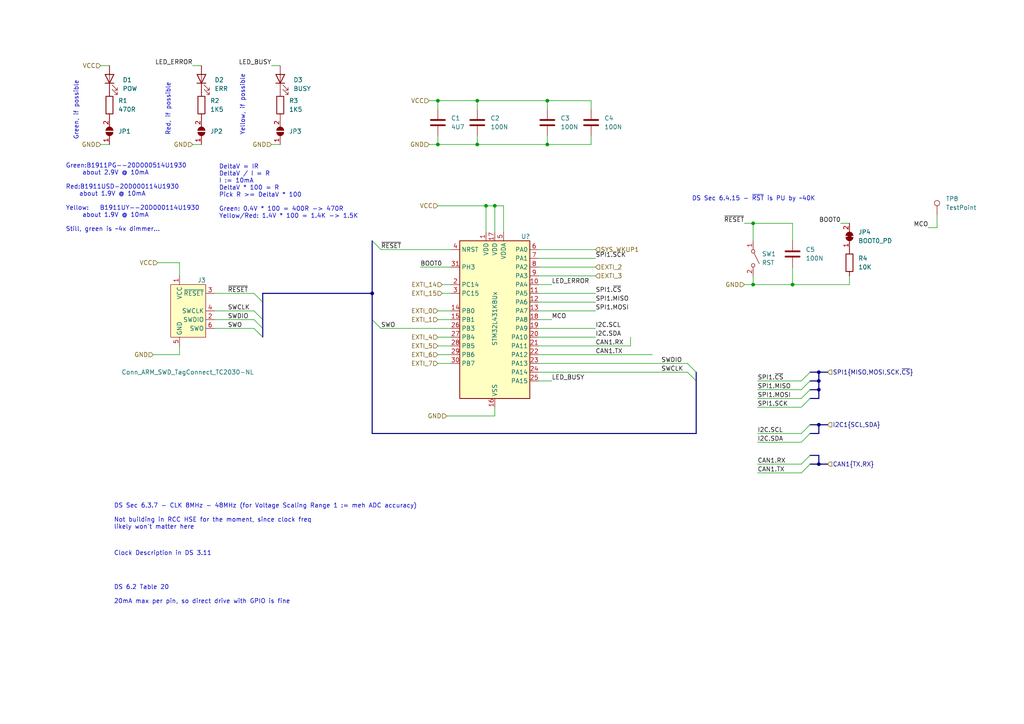
<source format=kicad_sch>
(kicad_sch (version 20230121) (generator eeschema)
  (paper "A4")
  (lib_symbols
    (symbol "Connector:Conn_ARM_SWD_TagConnect_TC2030-NL" (in_bom no)
      (property "Reference" "J" (at 2.54 11.43 0))
      (property "Value" "Conn_ARM_SWD_TagConnect_TC2030-NL" (at 2.54 8.89 0))
      (symbol "Conn_ARM_SWD_TagConnect_TC2030-NL_0_0"
        (pin power_in line (at -2.54 10.16 270) (length 2.54) (name "VCC") (number "1"))
        (pin bidirectional line (at 7.62 -2.54 180) (length 2.54) (name "SWDIO") (number "2"))
        (pin open_collector line (at 7.62 5.08 180) (length 2.54) (name "~{RESET}") (number "3"))
        (pin output line (at 7.62 0 180) (length 2.54) (name "SWCLK") (number "4"))
        (pin power_in line (at -2.54 -10.16 90) (length 2.54) (name "GND") (number "5"))
        (pin input line (at 7.62 -5.08 180) (length 2.54) (name "SWO") (number "6"))
      )
      (symbol "Conn_ARM_SWD_TagConnect_TC2030-NL_0_1"
        (rectangle (start -5.08 7.62) (end 5.08 -7.62) (fill (type background)))
      )
    )
    (symbol "Connector:TestPoint" (pin_numbers hide) (pin_names (offset 0.762) hide)
      (property "Reference" "TP" (at 0 6.858 0))
      (property "Value" "TestPoint" (at 0 5.08 0))
      (symbol "TestPoint_0_1"
        (circle (center 0 3.302) (radius 0.762))
      )
      (symbol "TestPoint_1_1"
        (pin passive line (at 0 0 90) (length 2.54) (name "1") (number "1"))
      )
    )
    (symbol "Device:C" (pin_numbers hide) (pin_names (offset 0.254))
      (property "Reference" "C" (at 0.635 2.54 0))
      (property "Value" "C" (at 0.635 -2.54 0))
      (symbol "C_0_1"
        (polyline (pts (xy -2.032 -0.762) (xy 2.032 -0.762)) (stroke (width 0.508)))
        (polyline (pts (xy -2.032 0.762) (xy 2.032 0.762)) (stroke (width 0.508)))
      )
      (symbol "C_1_1"
        (pin passive line (at 0 3.81 270) (length 2.794) (name "~") (number "1"))
        (pin passive line (at 0 -3.81 90) (length 2.794) (name "~") (number "2"))
      )
    )
    (symbol "Device:LED" (pin_numbers hide) (pin_names (offset 1.016) hide)
      (property "Reference" "D" (at 0 2.54 0))
      (property "Value" "LED" (at 0 -2.54 0))
      (symbol "LED_0_1"
        (polyline (pts (xy -1.27 -1.27) (xy -1.27 1.27)) (stroke (width 0.254)))
        (polyline (pts (xy -1.27 0) (xy 1.27 0)))
        (polyline (pts (xy 1.27 -1.27) (xy 1.27 1.27) (xy -1.27 0) (xy 1.27 -1.27)) (stroke (width 0.254)))
        (polyline (pts (xy -3.048 -0.762) (xy -4.572 -2.286) (xy -3.81 -2.286) (xy -4.572 -2.286) (xy -4.572 -1.524)))
        (polyline (pts (xy -1.778 -0.762) (xy -3.302 -2.286) (xy -2.54 -2.286) (xy -3.302 -2.286) (xy -3.302 -1.524)))
      )
      (symbol "LED_1_1"
        (pin passive line (at -3.81 0 0) (length 2.54) (name "K") (number "1"))
        (pin passive line (at 3.81 0 180) (length 2.54) (name "A") (number "2"))
      )
    )
    (symbol "Device:R" (pin_numbers hide) (pin_names (offset 0))
      (property "Reference" "R" (at 2.032 0 90))
      (property "Value" "R" (at 0 0 90))
      (symbol "R_0_1"
        (rectangle (start -1.016 -2.54) (end 1.016 2.54) (stroke (width 0.254)))
      )
      (symbol "R_1_1"
        (pin passive line (at 0 3.81 270) (length 1.27) (name "~") (number "1"))
        (pin passive line (at 0 -3.81 90) (length 1.27) (name "~") (number "2"))
      )
    )
    (symbol "Jumper:SolderJumper_2_Bridged" (pin_names (offset 0) hide)
      (property "Reference" "JP" (at 0 2.032 0))
      (property "Value" "SolderJumper_2_Bridged" (at 0 -2.54 0))
      (symbol "SolderJumper_2_Bridged_0_1"
        (rectangle (start -0.508 0.508) (end 0.508 -0.508) (fill (type outline)))
        (arc (start -0.254 1.016) (mid -1.2656 0) (end -0.254 -1.016))
        (arc (start -0.254 1.016) (mid -1.2656 0) (end -0.254 -1.016) (fill (type outline)))
        (polyline (pts (xy -0.254 1.016) (xy -0.254 -1.016)))
        (polyline (pts (xy 0.254 1.016) (xy 0.254 -1.016)))
        (arc (start 0.254 -1.016) (mid 1.2656 0) (end 0.254 1.016))
        (arc (start 0.254 -1.016) (mid 1.2656 0) (end 0.254 1.016) (fill (type outline)))
      )
      (symbol "SolderJumper_2_Bridged_1_1"
        (pin passive line (at -3.81 0 0) (length 2.54) (name "A") (number "1"))
        (pin passive line (at 3.81 0 180) (length 2.54) (name "B") (number "2"))
      )
    )
    (symbol "Jumper:SolderJumper_2_Open" (pin_names (offset 0) hide)
      (property "Reference" "JP" (at 0 2.032 0))
      (property "Value" "SolderJumper_2_Open" (at 0 -2.54 0))
      (symbol "SolderJumper_2_Open_0_1"
        (arc (start -0.254 1.016) (mid -1.2656 0) (end -0.254 -1.016))
        (arc (start -0.254 1.016) (mid -1.2656 0) (end -0.254 -1.016) (fill (type outline)))
        (polyline (pts (xy -0.254 1.016) (xy -0.254 -1.016)))
        (polyline (pts (xy 0.254 1.016) (xy 0.254 -1.016)))
        (arc (start 0.254 -1.016) (mid 1.2656 0) (end 0.254 1.016))
        (arc (start 0.254 -1.016) (mid 1.2656 0) (end 0.254 1.016) (fill (type outline)))
      )
      (symbol "SolderJumper_2_Open_1_1"
        (pin passive line (at -3.81 0 0) (length 2.54) (name "A") (number "1"))
        (pin passive line (at 3.81 0 180) (length 2.54) (name "B") (number "2"))
      )
    )
    (symbol "MCU_ST_STM32L4:STM32L431KBUx"
      (property "Reference" "U" (at -10.16 24.13 0))
      (property "Value" "STM32L431KBUx" (at 5.08 24.13 0))
      (symbol "STM32L431KBUx_0_1"
        (rectangle (start -10.16 -22.86) (end 10.16 22.86) (stroke (width 0.254)) (fill (type background)))
      )
      (symbol "STM32L431KBUx_1_1"
        (pin power_in line (at -2.54 25.4 270) (length 2.54) (name "VDD") (number "1"))
        (pin bidirectional line (at 12.7 10.16 180) (length 2.54) (name "PA4") (number "10"))
        (pin bidirectional line (at 12.7 7.62 180) (length 2.54) (name "PA5") (number "11"))
        (pin bidirectional line (at 12.7 5.08 180) (length 2.54) (name "PA6") (number "12"))
        (pin bidirectional line (at 12.7 2.54 180) (length 2.54) (name "PA7") (number "13"))
        (pin bidirectional line (at -12.7 2.54 0) (length 2.54) (name "PB0") (number "14"))
        (pin bidirectional line (at -12.7 0 0) (length 2.54) (name "PB1") (number "15"))
        (pin power_in line (at 0 -25.4 90) (length 2.54) (name "VSS") (number "16"))
        (pin power_in line (at 0 25.4 270) (length 2.54) (name "VDD") (number "17"))
        (pin bidirectional line (at 12.7 0 180) (length 2.54) (name "PA8") (number "18"))
        (pin bidirectional line (at 12.7 -2.54 180) (length 2.54) (name "PA9") (number "19"))
        (pin bidirectional line (at -12.7 10.16 0) (length 2.54) (name "PC14") (number "2"))
        (pin bidirectional line (at 12.7 -5.08 180) (length 2.54) (name "PA10") (number "20"))
        (pin bidirectional line (at 12.7 -7.62 180) (length 2.54) (name "PA11") (number "21"))
        (pin bidirectional line (at 12.7 -10.16 180) (length 2.54) (name "PA12") (number "22"))
        (pin bidirectional line (at 12.7 -12.7 180) (length 2.54) (name "PA13") (number "23"))
        (pin bidirectional line (at 12.7 -15.24 180) (length 2.54) (name "PA14") (number "24"))
        (pin bidirectional line (at 12.7 -17.78 180) (length 2.54) (name "PA15") (number "25"))
        (pin bidirectional line (at -12.7 -2.54 0) (length 2.54) (name "PB3") (number "26"))
        (pin bidirectional line (at -12.7 -5.08 0) (length 2.54) (name "PB4") (number "27"))
        (pin bidirectional line (at -12.7 -7.62 0) (length 2.54) (name "PB5") (number "28"))
        (pin bidirectional line (at -12.7 -10.16 0) (length 2.54) (name "PB6") (number "29"))
        (pin bidirectional line (at -12.7 7.62 0) (length 2.54) (name "PC15") (number "3"))
        (pin bidirectional line (at -12.7 -12.7 0) (length 2.54) (name "PB7") (number "30"))
        (pin bidirectional line (at -12.7 15.24 0) (length 2.54) (name "PH3") (number "31"))
        (pin passive line (at 0 -25.4 90) (length 2.54) hide (name "VSS") (number "32"))
        (pin passive line (at 0 -25.4 90) (length 2.54) hide (name "VSS") (number "33"))
        (pin input line (at -12.7 20.32 0) (length 2.54) (name "NRST") (number "4"))
        (pin power_in line (at 2.54 25.4 270) (length 2.54) (name "VDDA") (number "5"))
        (pin bidirectional line (at 12.7 20.32 180) (length 2.54) (name "PA0") (number "6"))
        (pin bidirectional line (at 12.7 17.78 180) (length 2.54) (name "PA1") (number "7"))
        (pin bidirectional line (at 12.7 15.24 180) (length 2.54) (name "PA2") (number "8"))
        (pin bidirectional line (at 12.7 12.7 180) (length 2.54) (name "PA3") (number "9"))
      )
    )
    (symbol "Switch:SW_SPST" (pin_names (offset 0) hide)
      (property "Reference" "SW" (at 0 3.175 0))
      (property "Value" "SW_SPST" (at 0 -2.54 0))
      (symbol "SW_SPST_0_0"
        (circle (center -2.032 0) (radius 0.508))
        (polyline (pts (xy -1.524 0.254) (xy 1.524 1.778)))
        (circle (center 2.032 0) (radius 0.508))
      )
      (symbol "SW_SPST_1_1"
        (pin passive line (at -5.08 0 0) (length 2.54) (name "A") (number "1"))
        (pin passive line (at 5.08 0 180) (length 2.54) (name "B") (number "2"))
      )
    )
  )
  (junction (at 229.87 82.55))
  (junction (at 158.75 29.21))
  (junction (at 138.43 29.21))
  (junction (at 140.97 59.69))
  (junction (at 158.75 41.91))
  (junction (at 138.43 41.91))
  (junction (at 237.49 110.49))
  (junction (at 107.95 85.09))
  (junction (at 143.51 59.69))
  (junction (at 237.49 113.03))
  (junction (at 218.44 82.55))
  (junction (at 237.49 123.19))
  (junction (at 127 29.21))
  (junction (at 237.49 134.62))
  (junction (at 237.49 107.95))
  (junction (at 218.44 64.77))
  (junction (at 127 41.91))
  (bus_entry (at 234.95 123.19) (size -2.54 2.54))
  (bus_entry (at 199.39 105.41) (size 2.54 2.54))
  (bus_entry (at 73.66 95.25) (size 2.54 2.54))
  (bus_entry (at 73.66 92.71) (size 2.54 2.54))
  (bus_entry (at 234.95 107.95) (size -2.54 2.54))
  (bus_entry (at 234.95 110.49) (size -2.54 2.54))
  (bus_entry (at 199.39 107.95) (size 2.54 2.54))
  (bus_entry (at 107.95 69.85) (size 2.54 2.54))
  (bus_entry (at 73.66 85.09) (size 2.54 2.54))
  (bus_entry (at 234.95 115.57) (size -2.54 2.54))
  (bus_entry (at 234.95 132.08) (size -2.54 2.54))
  (bus_entry (at 234.95 134.62) (size -2.54 2.54))
  (bus_entry (at 234.95 125.73) (size -2.54 2.54))
  (bus_entry (at 234.95 113.03) (size -2.54 2.54))
  (bus_entry (at 107.95 92.71) (size 2.54 2.54))
  (bus_entry (at 73.66 90.17) (size 2.54 2.54))
  (wire (pts (xy 218.44 64.77) (xy 218.44 69.85)))
  (wire (pts (xy 229.87 64.77) (xy 218.44 64.77)))
  (bus (pts (xy 237.49 115.57) (xy 237.49 113.03)))
  (wire (pts (xy 246.38 82.55) (xy 246.38 80.01)))
  (wire (pts (xy 158.75 41.91) (xy 171.45 41.91)))
  (wire (pts (xy 52.07 76.2) (xy 52.07 80.01)))
  (wire (pts (xy 127 100.33) (xy 130.81 100.33)))
  (wire (pts (xy 138.43 29.21) (xy 158.75 29.21)))
  (wire (pts (xy 156.21 74.93) (xy 172.72 74.93)))
  (wire (pts (xy 128.27 82.55) (xy 130.81 82.55)))
  (wire (pts (xy 156.21 102.87) (xy 189.23 102.87)))
  (wire (pts (xy 156.21 97.79) (xy 172.72 97.79)))
  (bus (pts (xy 107.95 92.71) (xy 107.95 125.73)))
  (bus (pts (xy 234.95 134.62) (xy 237.49 134.62)))
  (wire (pts (xy 127 97.79) (xy 130.81 97.79)))
  (bus (pts (xy 76.2 87.63) (xy 76.2 85.09)))
  (wire (pts (xy 129.54 120.65) (xy 143.51 120.65)))
  (wire (pts (xy 219.71 113.03) (xy 232.41 113.03)))
  (wire (pts (xy 215.9 82.55) (xy 218.44 82.55)))
  (bus (pts (xy 234.95 132.08) (xy 237.49 132.08)))
  (bus (pts (xy 237.49 134.62) (xy 240.03 134.62)))
  (bus (pts (xy 237.49 113.03) (xy 237.49 110.49)))
  (wire (pts (xy 127 102.87) (xy 130.81 102.87)))
  (wire (pts (xy 156.21 72.39) (xy 172.72 72.39)))
  (wire (pts (xy 219.71 134.62) (xy 232.41 134.62)))
  (wire (pts (xy 218.44 64.77) (xy 215.9 64.77)))
  (wire (pts (xy 156.21 80.01) (xy 172.72 80.01)))
  (bus (pts (xy 107.95 85.09) (xy 107.95 92.71)))
  (wire (pts (xy 158.75 29.21) (xy 158.75 31.75)))
  (wire (pts (xy 138.43 41.91) (xy 158.75 41.91)))
  (wire (pts (xy 55.88 41.91) (xy 58.42 41.91)))
  (wire (pts (xy 219.71 125.73) (xy 232.41 125.73)))
  (wire (pts (xy 127 29.21) (xy 127 31.75)))
  (bus (pts (xy 237.49 123.19) (xy 240.03 123.19)))
  (wire (pts (xy 219.71 128.27) (xy 232.41 128.27)))
  (wire (pts (xy 171.45 39.37) (xy 171.45 41.91)))
  (wire (pts (xy 127 59.69) (xy 140.97 59.69)))
  (bus (pts (xy 234.95 113.03) (xy 237.49 113.03)))
  (bus (pts (xy 237.49 110.49) (xy 237.49 107.95)))
  (bus (pts (xy 201.93 125.73) (xy 107.95 125.73)))
  (bus (pts (xy 201.93 110.49) (xy 201.93 125.73)))
  (wire (pts (xy 158.75 39.37) (xy 158.75 41.91)))
  (wire (pts (xy 127 39.37) (xy 127 41.91)))
  (wire (pts (xy 219.71 110.49) (xy 232.41 110.49)))
  (wire (pts (xy 271.78 62.23) (xy 271.78 66.04)))
  (wire (pts (xy 62.23 92.71) (xy 73.66 92.71)))
  (wire (pts (xy 124.46 29.21) (xy 127 29.21)))
  (bus (pts (xy 76.2 92.71) (xy 76.2 87.63)))
  (wire (pts (xy 31.75 19.05) (xy 29.21 19.05)))
  (wire (pts (xy 219.71 115.57) (xy 232.41 115.57)))
  (bus (pts (xy 237.49 132.08) (xy 237.49 134.62)))
  (bus (pts (xy 76.2 97.79) (xy 76.2 95.25)))
  (wire (pts (xy 143.51 120.65) (xy 143.51 118.11)))
  (wire (pts (xy 58.42 19.05) (xy 55.88 19.05)))
  (wire (pts (xy 229.87 82.55) (xy 229.87 77.47)))
  (wire (pts (xy 271.78 66.04) (xy 269.24 66.04)))
  (wire (pts (xy 127 90.17) (xy 130.81 90.17)))
  (wire (pts (xy 128.27 85.09) (xy 130.81 85.09)))
  (wire (pts (xy 62.23 90.17) (xy 73.66 90.17)))
  (wire (pts (xy 229.87 82.55) (xy 246.38 82.55)))
  (wire (pts (xy 140.97 59.69) (xy 140.97 67.31)))
  (wire (pts (xy 156.21 92.71) (xy 160.02 92.71)))
  (wire (pts (xy 143.51 59.69) (xy 146.05 59.69)))
  (wire (pts (xy 171.45 29.21) (xy 171.45 31.75)))
  (wire (pts (xy 78.74 41.91) (xy 81.28 41.91)))
  (wire (pts (xy 110.49 95.25) (xy 130.81 95.25)))
  (wire (pts (xy 243.84 64.77) (xy 246.38 64.77)))
  (bus (pts (xy 107.95 69.85) (xy 107.95 85.09)))
  (wire (pts (xy 138.43 29.21) (xy 138.43 31.75)))
  (wire (pts (xy 138.43 41.91) (xy 127 41.91)))
  (wire (pts (xy 156.21 87.63) (xy 172.72 87.63)))
  (wire (pts (xy 62.23 95.25) (xy 73.66 95.25)))
  (wire (pts (xy 29.21 41.91) (xy 31.75 41.91)))
  (bus (pts (xy 234.95 110.49) (xy 237.49 110.49)))
  (wire (pts (xy 127 29.21) (xy 138.43 29.21)))
  (wire (pts (xy 127 41.91) (xy 124.46 41.91)))
  (wire (pts (xy 81.28 19.05) (xy 78.74 19.05)))
  (bus (pts (xy 237.49 125.73) (xy 237.49 123.19)))
  (wire (pts (xy 219.71 118.11) (xy 232.41 118.11)))
  (bus (pts (xy 234.95 107.95) (xy 237.49 107.95)))
  (wire (pts (xy 140.97 59.69) (xy 143.51 59.69)))
  (wire (pts (xy 156.21 110.49) (xy 160.02 110.49)))
  (wire (pts (xy 146.05 59.69) (xy 146.05 67.31)))
  (wire (pts (xy 143.51 59.69) (xy 143.51 67.31)))
  (wire (pts (xy 62.23 85.09) (xy 73.66 85.09)))
  (bus (pts (xy 76.2 95.25) (xy 76.2 92.71)))
  (bus (pts (xy 76.2 85.09) (xy 107.95 85.09)))
  (wire (pts (xy 156.21 107.95) (xy 199.39 107.95)))
  (wire (pts (xy 127 92.71) (xy 130.81 92.71)))
  (bus (pts (xy 234.95 115.57) (xy 237.49 115.57)))
  (bus (pts (xy 234.95 123.19) (xy 237.49 123.19)))
  (wire (pts (xy 156.21 90.17) (xy 172.72 90.17)))
  (wire (pts (xy 127 105.41) (xy 130.81 105.41)))
  (wire (pts (xy 156.21 100.33) (xy 182.88 100.33)))
  (wire (pts (xy 156.21 77.47) (xy 172.72 77.47)))
  (bus (pts (xy 201.93 107.95) (xy 201.93 110.49)))
  (wire (pts (xy 218.44 82.55) (xy 229.87 82.55)))
  (wire (pts (xy 121.92 77.47) (xy 130.81 77.47)))
  (wire (pts (xy 110.49 72.39) (xy 130.81 72.39)))
  (bus (pts (xy 237.49 107.95) (xy 240.03 107.95)))
  (wire (pts (xy 138.43 39.37) (xy 138.43 41.91)))
  (wire (pts (xy 44.45 102.87) (xy 52.07 102.87)))
  (wire (pts (xy 158.75 29.21) (xy 171.45 29.21)))
  (wire (pts (xy 45.72 76.2) (xy 52.07 76.2)))
  (wire (pts (xy 182.88 97.79) (xy 182.88 100.33)))
  (wire (pts (xy 156.21 95.25) (xy 172.72 95.25)))
  (wire (pts (xy 219.71 137.16) (xy 232.41 137.16)))
  (bus (pts (xy 234.95 125.73) (xy 237.49 125.73)))
  (wire (pts (xy 156.21 105.41) (xy 199.39 105.41)))
  (wire (pts (xy 229.87 69.85) (xy 229.87 64.77)))
  (wire (pts (xy 52.07 102.87) (xy 52.07 100.33)))
  (wire (pts (xy 156.21 82.55) (xy 160.02 82.55)))
  (wire (pts (xy 156.21 85.09) (xy 172.72 85.09)))
  (wire (pts (xy 218.44 80.01) (xy 218.44 82.55)))
  (text "Green, if possible" (at 22.86 40.64 90) (effects (font (size 1.27 1.27)) (justify left bottom)))
  (text "Yellow, if possible" (at 71.12 39.37 90) (effects (font (size 1.27 1.27)) (justify left bottom)))
  (text "DS 6.2 Table 20\n\n20mA max per pin, so direct drive with GPIO is fine" (at 33.02 175.26 0) (effects (font (size 1.27 1.27)) (justify left bottom)))
  (text "DeltaV = IR\nDeltaV / I = R\nI := 10mA\nDeltaV * 100 = R\nPick R >= DeltaV * 100\n\nGreen: 0.4V * 100 = 400R -> 470R\nYellow/Red: 1.4V * 100 = 1.4K -> 1.5K" (at 63.5 63.5 0) (effects (font (size 1.27 1.27)) (justify left bottom)))
  (text "DS Sec 6.4.15 - ~{RST} is PU by ~40K" (at 200.66 58.42 0) (effects (font (size 1.27 1.27)) (justify left bottom)))
  (text "Red, if possible" (at 49.53 39.37 90) (effects (font (size 1.27 1.27)) (justify left bottom)))
  (text "DS Sec 6.3.7 - CLK 8MHz - 48MHz (for Voltage Scaling Range 1 := meh ADC accuracy)\n\nNot building in RCC HSE for the moment, since clock freq\nlikely won't matter here" (at 33.02 153.67 0) (effects (font (size 1.27 1.27)) (justify left bottom)))
  (text "Green:B1911PG--20D000514U1930\n	about 2.9V @ 10mA\n\nRed:B1911USD-20D000114U1930\n    about 1.9V @ 10mA\n\nYellow:	B1911UY--20D000114U1930\n	about 1.9V @ 10mA\n\nStill, green is ~4x dimmer..." (at 19.05 67.31 0) (effects (font (size 1.27 1.27)) (justify left bottom)))
  (text "Clock Description in DS 3.11" (at 33.02 161.29 0) (effects (font (size 1.27 1.27)) (justify left bottom)))
  (label "BOOT0" (at 243.84 64.77 180))
  (label "I2C.SDA" (at 219.71 128.27 0))
  (label "LED_BUSY" (at 78.74 19.05 180))
  (label "I2C.SCL" (at 219.71 125.73 0))
  (label "SWO" (at 66.04 95.25 0))
  (label "CAN1.RX" (at 219.71 134.62 0))
  (label "LED_ERROR" (at 55.88 19.05 180))
  (label "~{RESET}" (at 66.04 85.09 0))
  (label "LED_BUSY" (at 160.02 110.49 0))
  (label "CAN1.TX" (at 219.71 137.16 0))
  (label "SWO" (at 110.49 95.25 0))
  (label "CAN1.RX" (at 172.72 100.33 0))
  (label "LED_ERROR" (at 160.02 82.55 0))
  (label "I2C.SDA" (at 172.72 97.79 0))
  (label "SPI1.MOSI" (at 172.72 90.17 0))
  (label "BOOT0" (at 121.92 77.47 0))
  (label "SPI1.MISO" (at 219.71 113.03 0))
  (label "I2C.SCL" (at 172.72 95.25 0))
  (label "SPI1.SCK" (at 219.71 118.11 0))
  (label "CAN1.TX" (at 172.72 102.87 0))
  (label "SPI1.MOSI" (at 219.71 115.57 0))
  (label "SWCLK" (at 191.77 107.95 0))
  (label "SWCLK" (at 66.04 90.17 0))
  (label "~{RESET}" (at 110.49 72.39 0))
  (label "SPI1.~{CS}" (at 219.71 110.49 0))
  (label "SWDIO" (at 66.04 92.71 0))
  (label "SWDIO" (at 191.77 105.41 0))
  (label "SPI1.MISO" (at 172.72 87.63 0))
  (label "MCO" (at 160.02 92.71 0))
  (label "SPI1.~{CS}" (at 172.72 85.09 0))
  (label "MCO" (at 269.24 66.04 180))
  (label "~{RESET}" (at 215.9 64.77 180))
  (label "SPI1.SCK" (at 172.72 74.93 0))
  (hierarchical_label "GND" (shape input) (at 129.54 120.65 180))
  (hierarchical_label "SYS_WKUP1" (shape input) (at 172.72 72.39 0))
  (hierarchical_label "GND" (shape input) (at 29.21 41.91 180))
  (hierarchical_label "VCC" (shape input) (at 29.21 19.05 180))
  (hierarchical_label "GND" (shape input) (at 124.46 41.91 180))
  (hierarchical_label "CAN1{TX,RX}" (shape input) (at 240.03 134.62 0))
  (hierarchical_label "EXTI_14" (shape input) (at 128.27 82.55 180))
  (hierarchical_label "EXTI_0" (shape input) (at 127 90.17 180))
  (hierarchical_label "VCC" (shape input) (at 45.72 76.2 180))
  (hierarchical_label "GND" (shape input) (at 55.88 41.91 180))
  (hierarchical_label "EXTI_4" (shape input) (at 127 97.79 180))
  (hierarchical_label "VCC" (shape input) (at 124.46 29.21 180))
  (hierarchical_label "GND" (shape input) (at 44.45 102.87 180))
  (hierarchical_label "EXTI_7" (shape input) (at 127 105.41 180))
  (hierarchical_label "EXTI_6" (shape input) (at 127 102.87 180))
  (hierarchical_label "EXTI_3" (shape input) (at 172.72 80.01 0))
  (hierarchical_label "EXTI_2" (shape input) (at 172.72 77.47 0))
  (hierarchical_label "EXTI_5" (shape input) (at 127 100.33 180))
  (hierarchical_label "I2C1{SCL,SDA}" (shape input) (at 240.03 123.19 0))
  (hierarchical_label "EXTI_1" (shape input) (at 127 92.71 180))
  (hierarchical_label "SPI1{MISO,MOSI,SCK,~{CS}}" (shape input) (at 240.03 107.95 0))
  (hierarchical_label "GND" (shape input) (at 215.9 82.55 180))
  (hierarchical_label "GND" (shape input) (at 78.74 41.91 180))
  (hierarchical_label "EXTI_15" (shape input) (at 128.27 85.09 180))
  (hierarchical_label "VCC" (shape input) (at 127 59.69 180))
  (symbol (lib_id "Device:C") (at 138.43 35.56 0) (unit 1)
    (property "Reference" "C2" (at 142.24 34.29 0) (effects (justify left)))
    (property "Value" "100N" (at 142.24 36.83 0) (effects (justify left)))
    (property "Footprint" "Capacitor_SMD:C_0603_1608Metric" (effects hide))
  )
  (symbol (lib_id "Jumper:SolderJumper_2_Open") (at 81.28 38.1 90) (unit 1)
    (property "Reference" "JP3" (at 83.82 38.1 90) (effects (justify right)))
    (property "Value" "SolderJumper_2_Open" (effects hide))
    (property "Footprint" "Jumper:SolderJumper-2_P1.3mm_Open_TrianglePad1.0x1.5mm" (effects hide))
  )
  (symbol (lib_id "Device:LED") (at 31.75 22.86 90) (unit 1)
    (property "Reference" "D1" (at 35.56 23.1775 90) (effects (justify right)))
    (property "Value" "POW" (at 35.56 25.7175 90) (effects (justify right)))
    (property "Footprint" "LED_SMD:LED_0603_1608Metric" (effects hide))
  )
  (symbol (lib_id "Device:R") (at 31.75 30.48 0) (unit 1)
    (property "Reference" "R1" (at 34.29 29.21 0) (effects (justify left)))
    (property "Value" "470R" (at 34.29 31.75 0) (effects (justify left)))
    (property "Footprint" "Resistor_SMD:R_0603_1608Metric" (effects hide))
  )
  (symbol (lib_id "Device:R") (at 81.28 30.48 0) (unit 1)
    (property "Reference" "R3" (at 83.82 29.21 0) (effects (justify left)))
    (property "Value" "1K5" (at 83.82 31.75 0) (effects (justify left)))
    (property "Footprint" "Resistor_SMD:R_0603_1608Metric" (effects hide))
  )
  (symbol (lib_id "Device:C") (at 127 35.56 0) (unit 1)
    (property "Reference" "C1" (at 130.81 34.29 0) (effects (justify left)))
    (property "Value" "4U7" (at 130.81 36.83 0) (effects (justify left)))
    (property "Footprint" "Capacitor_SMD:C_0805_2012Metric" (effects hide))
  )
  (symbol (lib_id "Device:C") (at 158.75 35.56 0) (unit 1)
    (property "Reference" "C3" (at 162.56 34.29 0) (effects (justify left)))
    (property "Value" "100N" (at 162.56 36.83 0) (effects (justify left)))
    (property "Footprint" "Capacitor_SMD:C_0603_1608Metric" (effects hide))
  )
  (symbol (lib_id "MCU_ST_STM32L4:STM32L431KBUx") (at 143.51 92.71 0) (unit 1)
    (property "Reference" "U?" (at 151.13 68.58 0) (effects (justify left)))
    (property "Value" "STM32L431KBUx" (at 143.51 100.33 90) (effects (justify left)))
    (property "Footprint" "Package_DFN_QFN:QFN-32-1EP_5x5mm_P0.5mm_EP3.45x3.45mm" (effects hide))
    (property "Datasheet" "https://www.st.com/resource/en/datasheet/stm32l431kb.pdf" (effects hide))
    (instances (project "main" (path "" (reference "U?") (unit 1)) (path "" (reference "U1") (unit 1))))
  )
  (symbol (lib_id "Connector:Conn_ARM_SWD_TagConnect_TC2030-NL") (at 54.61 90.17 0) (unit 1) (in_bom no)
    (property "Reference" "J3" (at 59.69 81.28 0) (effects (justify right)))
    (property "Value" "Conn_ARM_SWD_TagConnect_TC2030-NL" (at 73.66 107.95 0) (effects (justify right)))
    (property "Footprint" "Connector:Tag-Connect_TC2030-IDC-NL_2x03_P1.27mm_Vertical" (effects hide))
    (property "Datasheet" "https://www.tag-connect.com/wp-content/uploads/bsk-pdf-manager/TC2030-CTX_1.pdf" (effects hide))
  )
  (symbol (lib_id "Connector:TestPoint") (at 271.78 62.23 0) (unit 1)
    (property "Reference" "TP8" (at 274.32 57.658 0) (effects (justify left)))
    (property "Value" "TestPoint" (at 274.32 60.198 0) (effects (justify left)))
    (property "Footprint" "TestPoint:TestPoint_Pad_1.0x1.0mm" (effects hide))
  )
  (symbol (lib_id "Device:R") (at 58.42 30.48 0) (unit 1)
    (property "Reference" "R2" (at 60.96 29.21 0) (effects (justify left)))
    (property "Value" "1K5" (at 60.96 31.75 0) (effects (justify left)))
    (property "Footprint" "Resistor_SMD:R_0603_1608Metric" (effects hide))
  )
  (symbol (lib_id "Jumper:SolderJumper_2_Bridged") (at 246.38 68.58 90) (unit 1)
    (property "Reference" "JP4" (at 248.92 67.31 90) (effects (justify right)))
    (property "Value" "BOOT0_PD" (at 248.92 69.85 90) (effects (justify right)))
    (property "Footprint" "Jumper:SolderJumper-2_P1.3mm_Bridged_RoundedPad1.0x1.5mm" (effects hide))
  )
  (symbol (lib_id "Device:R") (at 246.38 76.2 0) (unit 1)
    (property "Reference" "R4" (at 248.92 74.93 0) (effects (justify left)))
    (property "Value" "10K" (at 248.92 77.47 0) (effects (justify left)))
    (property "Footprint" "Resistor_SMD:R_0603_1608Metric" (effects hide))
  )
  (symbol (lib_id "Switch:SW_SPST") (at 218.44 74.93 270) (unit 1)
    (property "Reference" "SW1" (at 220.98 73.66 90) (effects (justify left)))
    (property "Value" "RST" (at 220.98 76.2 90) (effects (justify left)))
    (property "Footprint" "Connector_PinHeader_2.54mm:PinHeader_1x02_P2.54mm_Vertical" (effects hide))
  )
  (symbol (lib_id "Device:LED") (at 81.28 22.86 90) (unit 1)
    (property "Reference" "D3" (at 85.09 23.1775 90) (effects (justify right)))
    (property "Value" "BUSY" (at 85.09 25.7175 90) (effects (justify right)))
    (property "Footprint" "LED_SMD:LED_0603_1608Metric" (effects hide))
  )
  (symbol (lib_id "Jumper:SolderJumper_2_Open") (at 31.75 38.1 90) (unit 1)
    (property "Reference" "JP1" (at 34.29 38.1 90) (effects (justify right)))
    (property "Value" "SolderJumper_2_Open" (effects hide))
    (property "Footprint" "Jumper:SolderJumper-2_P1.3mm_Open_TrianglePad1.0x1.5mm" (effects hide))
  )
  (symbol (lib_id "Device:C") (at 229.87 73.66 0) (unit 1)
    (property "Reference" "C5" (at 233.68 72.39 0) (effects (justify left)))
    (property "Value" "100N" (at 233.68 74.93 0) (effects (justify left)))
    (property "Footprint" "Capacitor_SMD:C_0603_1608Metric" (effects hide))
  )
  (symbol (lib_id "Device:LED") (at 58.42 22.86 90) (unit 1)
    (property "Reference" "D2" (at 62.23 23.1775 90) (effects (justify right)))
    (property "Value" "ERR" (at 62.23 25.7175 90) (effects (justify right)))
    (property "Footprint" "LED_SMD:LED_0603_1608Metric" (effects hide))
  )
  (symbol (lib_id "Device:C") (at 171.45 35.56 0) (unit 1)
    (property "Reference" "C4" (at 175.26 34.29 0) (effects (justify left)))
    (property "Value" "100N" (at 175.26 36.83 0) (effects (justify left)))
    (property "Footprint" "Capacitor_SMD:C_0603_1608Metric" (effects hide))
  )
  (symbol (lib_id "Jumper:SolderJumper_2_Open") (at 58.42 38.1 90) (unit 1)
    (property "Reference" "JP2" (at 60.96 38.1 90) (effects (justify right)))
    (property "Value" "SolderJumper_2_Open" (effects hide))
    (property "Footprint" "Jumper:SolderJumper-2_P1.3mm_Open_TrianglePad1.0x1.5mm" (effects hide))
  )
)
</source>
